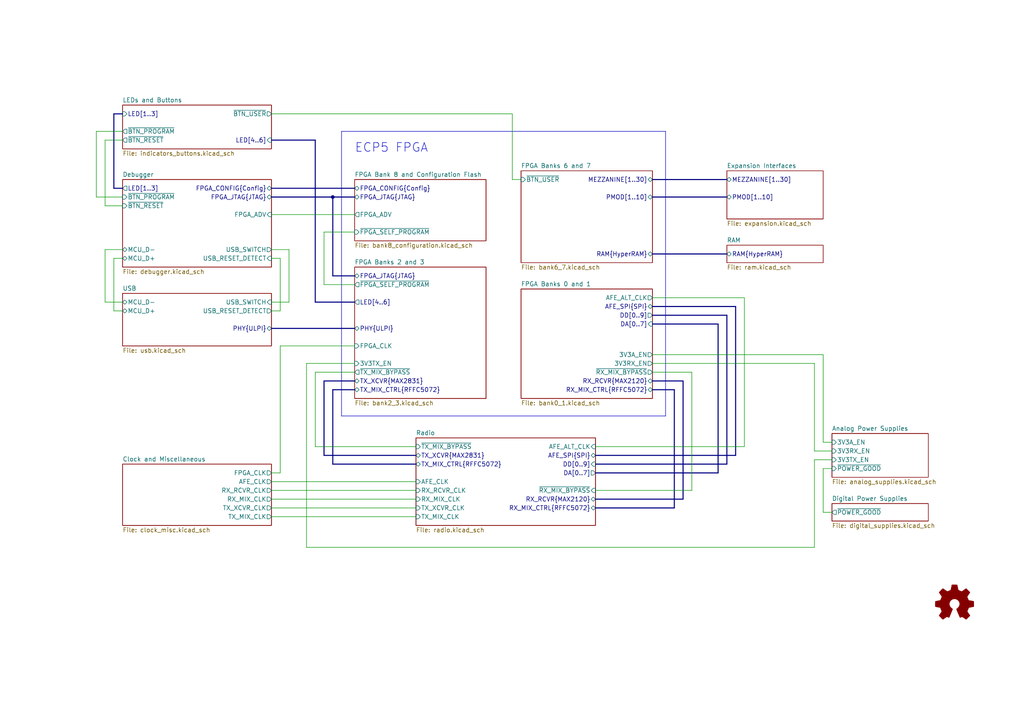
<source format=kicad_sch>
(kicad_sch (version 20230121) (generator eeschema)
  (paper "A4")
  (title_block (title "URTI Mainboard") (date "${DATE}") (rev "${VERSION}") (company "Copyright 2023 Great Scott Gadgets") (comment 1 "Licensed under the CERN-OHL-P v2"))
  (lib_symbols
    (symbol "Graphic:Logo_Open_Hardware_Small" (in_bom no) (on_board no)
      (symbol "Logo_Open_Hardware_Small_0_1"
        (polyline (pts (xy 3.3528 -4.3434) (xy 3.302 -4.318) (xy 3.175 -4.2418) (xy 2.9972 -4.1148) (xy 2.7686 -3.9624) (xy 2.54 -3.81) (xy 2.3622 -3.7084) (xy 2.2352 -3.6068) (xy 2.1844 -3.5814) (xy 2.159 -3.6068) (xy 2.0574 -3.6576) (xy 1.905 -3.7338) (xy 1.8034 -3.7846) (xy 1.6764 -3.8354) (xy 1.6002 -3.8354) (xy 1.6002 -3.8354) (xy 1.5494 -3.7338) (xy 1.4732 -3.5306) (xy 1.3462 -3.302) (xy 1.2446 -3.0226) (xy 1.1176 -2.7178) (xy 0.9652 -2.413) (xy 0.8636 -2.1082) (xy 0.7366 -1.8288) (xy 0.6604 -1.6256) (xy 0.6096 -1.4732) (xy 0.5842 -1.397) (xy 0.5842 -1.397) (xy 0.6604 -1.3208) (xy 0.7874 -1.2446) (xy 1.0414 -1.016) (xy 1.2954 -0.6858) (xy 1.4478 -0.3302) (xy 1.524 0.0762) (xy 1.4732 0.4572) (xy 1.3208 0.8128) (xy 1.0668 1.143) (xy 0.762 1.3716) (xy 0.4064 1.524) (xy 0 1.5748) (xy -0.381 1.5494) (xy -0.7366 1.397) (xy -1.0668 1.143) (xy -1.2192 0.9906) (xy -1.397 0.6604) (xy -1.524 0.3048) (xy -1.524 0.2286) (xy -1.4986 -0.1778) (xy -1.397 -0.5334) (xy -1.1938 -0.8636) (xy -0.9144 -1.143) (xy -0.8636 -1.1684) (xy -0.7366 -1.27) (xy -0.635 -1.3462) (xy -0.5842 -1.397) (xy -1.0668 -2.5908) (xy -1.143 -2.794) (xy -1.2954 -3.1242) (xy -1.397 -3.4036) (xy -1.4986 -3.6322) (xy -1.5748 -3.7846) (xy -1.6002 -3.8354) (xy -1.6002 -3.8354) (xy -1.651 -3.8354) (xy -1.7272 -3.81) (xy -1.905 -3.7338) (xy -2.0066 -3.683) (xy -2.1336 -3.6068) (xy -2.2098 -3.5814) (xy -2.2606 -3.6068) (xy -2.3622 -3.683) (xy -2.54 -3.81) (xy -2.7686 -3.9624) (xy -2.9718 -4.0894) (xy -3.1496 -4.2164) (xy -3.302 -4.318) (xy -3.3528 -4.3434) (xy -3.3782 -4.3434) (xy -3.429 -4.318) (xy -3.5306 -4.2164) (xy -3.7084 -4.064) (xy -3.937 -3.8354) (xy -3.9624 -3.81) (xy -4.1656 -3.6068) (xy -4.318 -3.4544) (xy -4.4196 -3.3274) (xy -4.445 -3.2766) (xy -4.445 -3.2766) (xy -4.4196 -3.2258) (xy -4.318 -3.0734) (xy -4.2164 -2.8956) (xy -4.064 -2.667) (xy -3.6576 -2.0828) (xy -3.8862 -1.5494) (xy -3.937 -1.3716) (xy -4.0386 -1.1684) (xy -4.0894 -1.0414) (xy -4.1148 -0.9652) (xy -4.191 -0.9398) (xy -4.318 -0.9144) (xy -4.5466 -0.8636) (xy -4.8006 -0.8128) (xy -5.0546 -0.7874) (xy -5.2578 -0.7366) (xy -5.4356 -0.7112) (xy -5.5118 -0.6858) (xy -5.5118 -0.6858) (xy -5.5372 -0.635) (xy -5.5372 -0.5588) (xy -5.5372 -0.4318) (xy -5.5626 -0.2286) (xy -5.5626 0.0762) (xy -5.5626 0.127) (xy -5.5372 0.4064) (xy -5.5372 0.635) (xy -5.5372 0.762) (xy -5.5372 0.8382) (xy -5.5372 0.8382) (xy -5.461 0.8382) (xy -5.3086 0.889) (xy -5.08 0.9144) (xy -4.826 0.9652) (xy -4.8006 0.9906) (xy -4.5466 1.0414) (xy -4.318 1.0668) (xy -4.1656 1.1176) (xy -4.0894 1.143) (xy -4.0894 1.143) (xy -4.0386 1.2446) (xy -3.9624 1.4224) (xy -3.8608 1.6256) (xy -3.7846 1.8288) (xy -3.7084 2.0066) (xy -3.6576 2.159) (xy -3.6322 2.2098) (xy -3.6322 2.2098) (xy -3.683 2.286) (xy -3.7592 2.413) (xy -3.8862 2.5908) (xy -4.064 2.8194) (xy -4.064 2.8448) (xy -4.2164 3.0734) (xy -4.3434 3.2512) (xy -4.4196 3.3782) (xy -4.445 3.4544) (xy -4.445 3.4544) (xy -4.3942 3.5052) (xy -4.2926 3.6322) (xy -4.1148 3.81) (xy -3.937 4.0132) (xy -3.8608 4.064) (xy -3.6576 4.2926) (xy -3.5052 4.4196) (xy -3.4036 4.4958) (xy -3.3528 4.5212) (xy -3.3528 4.5212) (xy -3.302 4.4704) (xy -3.1496 4.3688) (xy -2.9718 4.2418) (xy -2.7432 4.0894) (xy -2.7178 4.0894) (xy -2.4892 3.937) (xy -2.3114 3.81) (xy -2.1844 3.7084) (xy -2.1336 3.683) (xy -2.1082 3.683) (xy -2.032 3.7084) (xy -1.8542 3.7592) (xy -1.6764 3.8354) (xy -1.4732 3.937) (xy -1.27 4.0132) (xy -1.143 4.064) (xy -1.0668 4.1148) (xy -1.0668 4.1148) (xy -1.0414 4.191) (xy -1.016 4.3434) (xy -0.9652 4.572) (xy -0.9144 4.8514) (xy -0.889 4.9022) (xy -0.8382 5.1562) (xy -0.8128 5.3848) (xy -0.7874 5.5372) (xy -0.762 5.588) (xy -0.7112 5.6134) (xy -0.5842 5.6134) (xy -0.4064 5.6134) (xy -0.1524 5.6134) (xy 0.0762 5.6134) (xy 0.3302 5.6134) (xy 0.5334 5.6134) (xy 0.6858 5.588) (xy 0.7366 5.588) (xy 0.7366 5.588) (xy 0.762 5.5118) (xy 0.8128 5.334) (xy 0.8382 5.1054) (xy 0.9144 4.826) (xy 0.9144 4.7752) (xy 0.9652 4.5212) (xy 1.016 4.2926) (xy 1.0414 4.1402) (xy 1.0668 4.0894) (xy 1.0668 4.0894) (xy 1.1938 4.0386) (xy 1.3716 3.9624) (xy 1.5748 3.8608) (xy 2.0828 3.6576) (xy 2.7178 4.0894) (xy 2.7686 4.1402) (xy 2.9972 4.2926) (xy 3.175 4.4196) (xy 3.302 4.4958) (xy 3.3782 4.5212) (xy 3.3782 4.5212) (xy 3.429 4.4704) (xy 3.556 4.3434) (xy 3.7338 4.191) (xy 3.9116 3.9878) (xy 4.064 3.8354) (xy 4.2418 3.6576) (xy 4.3434 3.556) (xy 4.4196 3.4798) (xy 4.4196 3.429) (xy 4.4196 3.4036) (xy 4.3942 3.3274) (xy 4.2926 3.2004) (xy 4.1656 2.9972) (xy 4.0132 2.794) (xy 3.8862 2.5908) (xy 3.7592 2.3876) (xy 3.6576 2.2352) (xy 3.6322 2.159) (xy 3.6322 2.1336) (xy 3.683 2.0066) (xy 3.7592 1.8288) (xy 3.8608 1.6002) (xy 4.064 1.1176) (xy 4.3942 1.0414) (xy 4.5974 1.016) (xy 4.8768 0.9652) (xy 5.1308 0.9144) (xy 5.5372 0.8382) (xy 5.5626 -0.6604) (xy 5.4864 -0.6858) (xy 5.4356 -0.6858) (xy 5.2832 -0.7366) (xy 5.0546 -0.762) (xy 4.8006 -0.8128) (xy 4.5974 -0.8636) (xy 4.3688 -0.9144) (xy 4.2164 -0.9398) (xy 4.1402 -0.9398) (xy 4.1148 -0.9652) (xy 4.064 -1.0668) (xy 3.9878 -1.2446) (xy 3.9116 -1.4478) (xy 3.81 -1.651) (xy 3.7338 -1.8542) (xy 3.683 -2.0066) (xy 3.6576 -2.0828) (xy 3.683 -2.1336) (xy 3.7846 -2.2606) (xy 3.8862 -2.4638) (xy 4.0386 -2.667) (xy 4.191 -2.8956) (xy 4.318 -3.0734) (xy 4.3942 -3.2004) (xy 4.445 -3.2766) (xy 4.4196 -3.3274) (xy 4.3434 -3.429) (xy 4.1656 -3.5814) (xy 3.937 -3.8354) (xy 3.8862 -3.8608) (xy 3.683 -4.064) (xy 3.5306 -4.2164) (xy 3.4036 -4.318) (xy 3.3528 -4.3434)) (fill (type outline)))
      )
    )
  )
  (bus_alias "JTAG" (members "TMS" "TCK" "TDI" "TDO"))
  (bus_alias "SPI" (members "POCI" "PICO" "SCK" "~{CS}"))
  (bus_alias "Type_C" (members "SDA" "SCL" "SBU1S" "SBU2S" "~{INT}" "~{FAULT}"))
  (bus_alias "ULPI" (members "DATA[0..7]" "CLK" "DIR" "STP" "NXT" "~{RESET}"))
  (junction (at 96.52 57.15))
  (wire (pts (xy 93.98 82.55) (xy 102.87 82.55)))
  (wire (pts (xy 78.74 74.93) (xy 81.28 74.93)))
  (wire (pts (xy 78.74 144.78) (xy 120.65 144.78)))
  (bus (pts (xy 208.28 93.98) (xy 208.28 137.16)))
  (wire (pts (xy 200.66 142.24) (xy 172.72 142.24)))
  (bus (pts (xy 210.82 134.62) (xy 172.72 134.62)))
  (bus (pts (xy 213.36 132.08) (xy 172.72 132.08)))
  (wire (pts (xy 78.74 139.7) (xy 120.65 139.7)))
  (wire (pts (xy 83.82 87.63) (xy 78.74 87.63)))
  (wire (pts (xy 81.28 137.16) (xy 81.28 100.33)))
  (bus (pts (xy 35.56 54.61) (xy 33.02 54.61)))
  (bus (pts (xy 208.28 137.16) (xy 172.72 137.16)))
  (wire (pts (xy 83.82 72.39) (xy 83.82 87.63)))
  (wire (pts (xy 78.74 72.39) (xy 83.82 72.39)))
  (wire (pts (xy 35.56 59.69) (xy 30.48 59.69)))
  (wire (pts (xy 27.94 38.1) (xy 35.56 38.1)))
  (bus (pts (xy 198.12 110.49) (xy 198.12 144.78)))
  (wire (pts (xy 241.3 133.35) (xy 236.22 133.35)))
  (polyline (pts (xy 99.06 38.1) (xy 193.04 38.1)))
  (bus (pts (xy 102.87 110.49) (xy 93.98 110.49)))
  (bus (pts (xy 33.02 33.02) (xy 35.56 33.02)))
  (bus (pts (xy 33.02 54.61) (xy 33.02 33.02)))
  (wire (pts (xy 33.02 90.17) (xy 35.56 90.17)))
  (wire (pts (xy 91.44 107.95) (xy 91.44 129.54)))
  (bus (pts (xy 195.58 113.03) (xy 195.58 147.32)))
  (bus (pts (xy 102.87 80.01) (xy 96.52 80.01)))
  (wire (pts (xy 236.22 130.81) (xy 241.3 130.81)))
  (wire (pts (xy 88.9 158.75) (xy 236.22 158.75)))
  (bus (pts (xy 189.23 88.9) (xy 213.36 88.9)))
  (wire (pts (xy 78.74 149.86) (xy 120.65 149.86)))
  (wire (pts (xy 236.22 133.35) (xy 236.22 158.75)))
  (bus (pts (xy 96.52 80.01) (xy 96.52 57.15)))
  (wire (pts (xy 238.76 102.87) (xy 238.76 128.27)))
  (bus (pts (xy 102.87 57.15) (xy 96.52 57.15)))
  (polyline (pts (xy 99.06 38.1) (xy 99.06 120.65)))
  (wire (pts (xy 78.74 62.23) (xy 102.87 62.23)))
  (bus (pts (xy 78.74 54.61) (xy 102.87 54.61)))
  (wire (pts (xy 238.76 148.59) (xy 241.3 148.59)))
  (wire (pts (xy 189.23 107.95) (xy 200.66 107.95)))
  (wire (pts (xy 91.44 129.54) (xy 120.65 129.54)))
  (wire (pts (xy 238.76 128.27) (xy 241.3 128.27)))
  (wire (pts (xy 238.76 135.89) (xy 238.76 148.59)))
  (wire (pts (xy 88.9 105.41) (xy 88.9 158.75)))
  (bus (pts (xy 189.23 93.98) (xy 208.28 93.98)))
  (bus (pts (xy 189.23 110.49) (xy 198.12 110.49)))
  (bus (pts (xy 198.12 144.78) (xy 172.72 144.78)))
  (wire (pts (xy 33.02 74.93) (xy 33.02 90.17)))
  (wire (pts (xy 236.22 105.41) (xy 236.22 130.81)))
  (bus (pts (xy 189.23 113.03) (xy 195.58 113.03)))
  (wire (pts (xy 102.87 105.41) (xy 88.9 105.41)))
  (wire (pts (xy 33.02 74.93) (xy 35.56 74.93)))
  (wire (pts (xy 78.74 33.02) (xy 148.59 33.02)))
  (bus (pts (xy 210.82 91.44) (xy 210.82 134.62)))
  (bus (pts (xy 93.98 132.08) (xy 120.65 132.08)))
  (bus (pts (xy 93.98 110.49) (xy 93.98 132.08)))
  (wire (pts (xy 200.66 107.95) (xy 200.66 142.24)))
  (wire (pts (xy 30.48 40.64) (xy 35.56 40.64)))
  (wire (pts (xy 35.56 57.15) (xy 27.94 57.15)))
  (wire (pts (xy 81.28 100.33) (xy 102.87 100.33)))
  (wire (pts (xy 30.48 40.64) (xy 30.48 59.69)))
  (bus (pts (xy 102.87 95.25) (xy 78.74 95.25)))
  (bus (pts (xy 96.52 134.62) (xy 120.65 134.62)))
  (wire (pts (xy 189.23 105.41) (xy 236.22 105.41)))
  (bus (pts (xy 102.87 113.03) (xy 96.52 113.03)))
  (bus (pts (xy 189.23 57.15) (xy 210.82 57.15)))
  (wire (pts (xy 102.87 67.31) (xy 93.98 67.31)))
  (wire (pts (xy 148.59 33.02) (xy 148.59 52.07)))
  (bus (pts (xy 213.36 88.9) (xy 213.36 132.08)))
  (wire (pts (xy 81.28 74.93) (xy 81.28 90.17)))
  (wire (pts (xy 189.23 86.36) (xy 215.9 86.36)))
  (bus (pts (xy 78.74 40.64) (xy 91.44 40.64)))
  (wire (pts (xy 148.59 52.07) (xy 151.13 52.07)))
  (polyline (pts (xy 193.04 38.1) (xy 193.04 120.65)))
  (wire (pts (xy 102.87 107.95) (xy 91.44 107.95)))
  (wire (pts (xy 93.98 67.31) (xy 93.98 82.55)))
  (wire (pts (xy 215.9 129.54) (xy 172.72 129.54)))
  (wire (pts (xy 241.3 135.89) (xy 238.76 135.89)))
  (bus (pts (xy 96.52 57.15) (xy 78.74 57.15)))
  (bus (pts (xy 96.52 113.03) (xy 96.52 134.62)))
  (wire (pts (xy 30.48 72.39) (xy 30.48 87.63)))
  (wire (pts (xy 30.48 87.63) (xy 35.56 87.63)))
  (bus (pts (xy 102.87 87.63) (xy 91.44 87.63)))
  (wire (pts (xy 78.74 137.16) (xy 81.28 137.16)))
  (bus (pts (xy 189.23 52.07) (xy 210.82 52.07)))
  (bus (pts (xy 91.44 87.63) (xy 91.44 40.64)))
  (wire (pts (xy 35.56 72.39) (xy 30.48 72.39)))
  (wire (pts (xy 27.94 38.1) (xy 27.94 57.15)))
  (wire (pts (xy 81.28 90.17) (xy 78.74 90.17)))
  (wire (pts (xy 78.74 142.24) (xy 120.65 142.24)))
  (wire (pts (xy 215.9 86.36) (xy 215.9 129.54)))
  (wire (pts (xy 78.74 147.32) (xy 120.65 147.32)))
  (bus (pts (xy 189.23 73.66) (xy 210.82 73.66)))
  (bus (pts (xy 195.58 147.32) (xy 172.72 147.32)))
  (polyline (pts (xy 193.04 120.65) (xy 99.06 120.65)))
  (bus (pts (xy 189.23 91.44) (xy 210.82 91.44)))
  (wire (pts (xy 189.23 102.87) (xy 238.76 102.87)))
  (text "ECP5 FPGA" (at 102.87 44.45 0) (effects (font (size 2.54 2.54)) (justify left bottom)))
  (symbol (lib_id "Graphic:Logo_Open_Hardware_Small") (at 276.86 175.26 0) (unit 1)
    (property "Reference" "#LOGO1" (effects hide))
    (property "Value" "Logo_Open_Hardware_Small" (effects hide))
  )
  (sheet (at 241.3 146.05) (size 27.94 5.08)
    (property "Sheetname" "Digital Power Supplies" (at 241.3 145.3384 0) (effects (justify left bottom)))
    (property "Sheetfile" "digital_supplies.kicad_sch" (at 241.3 151.7146 0) (effects (justify left top)))
    (pin "~{POWER_GOOD}" output (at 241.3 148.59 180))
  )
  (sheet (at 35.56 52.07) (size 43.18 25.4)
    (property "Sheetname" "Debugger" (at 35.56 51.3584 0) (effects (justify left bottom)))
    (property "Sheetfile" "debugger.kicad_sch" (at 35.56 78.0546 0) (effects (justify left top)))
    (pin "MCU_D-" bidirectional (at 35.56 72.39 180))
    (pin "MCU_D+" bidirectional (at 35.56 74.93 180))
    (pin "USB_SWITCH" output (at 78.74 72.39 0))
    (pin "USB_RESET_DETECT" input (at 78.74 74.93 0))
    (pin "~{BTN_RESET}" input (at 35.56 59.69 180))
    (pin "~{BTN_PROGRAM}" input (at 35.56 57.15 180))
    (pin "FPGA_CONFIG{Config}" bidirectional (at 78.74 54.61 0))
    (pin "FPGA_JTAG{JTAG}" bidirectional (at 78.74 57.15 0))
    (pin "FPGA_ADV" input (at 78.74 62.23 0))
    (pin "LED[1..3]" output (at 35.56 54.61 180))
  )
  (sheet (at 35.56 85.09) (size 43.18 15.24)
    (property "Sheetname" "USB" (at 35.56 84.3784 0) (effects (justify left bottom)))
    (property "Sheetfile" "usb.kicad_sch" (at 35.56 100.9146 0) (effects (justify left top)))
    (pin "MCU_D+" bidirectional (at 35.56 90.17 180))
    (pin "MCU_D-" bidirectional (at 35.56 87.63 180))
    (pin "USB_SWITCH" input (at 78.74 87.63 0))
    (pin "USB_RESET_DETECT" output (at 78.74 90.17 0))
    (pin "PHY{ULPI}" bidirectional (at 78.74 95.25 0))
  )
  (sheet (at 210.82 71.12) (size 27.94 5.08)
    (property "Sheetname" "RAM" (at 210.82 70.4084 0) (effects (justify left bottom)))
    (property "Sheetfile" "ram.kicad_sch" (at 210.82 76.7846 0) (effects (justify left top)))
    (pin "RAM{HyperRAM}" bidirectional (at 210.82 73.66 180))
  )
  (sheet (at 35.56 134.62) (size 43.18 17.78) (stroke (width 0.1524))
    (property "Sheetname" "Clock and Miscellaneous" (at 35.56 133.9084 0) (effects (justify left bottom)))
    (property "Sheetfile" "clock_misc.kicad_sch" (at 35.56 152.9846 0) (effects (justify left top)))
    (pin "FPGA_CLK" output (at 78.74 137.16 0))
    (pin "AFE_CLK" output (at 78.74 139.7 0))
    (pin "RX_RCVR_CLK" output (at 78.74 142.24 0))
    (pin "RX_MIX_CLK" output (at 78.74 144.78 0))
    (pin "TX_XCVR_CLK" output (at 78.74 147.32 0))
    (pin "TX_MIX_CLK" output (at 78.74 149.86 0))
  )
  (sheet (at 151.13 49.53) (size 38.1 26.67)
    (property "Sheetname" "FPGA Banks 6 and 7" (at 151.13 48.8184 0) (effects (justify left bottom)))
    (property "Sheetfile" "bank6_7.kicad_sch" (at 151.13 76.7846 0) (effects (justify left top)))
    (pin "RAM{HyperRAM}" bidirectional (at 189.23 73.66 0))
    (pin "MEZZANINE[1..30]" bidirectional (at 189.23 52.07 0))
    (pin "~{BTN_USER}" input (at 151.13 52.07 180))
    (pin "PMOD[1..10]" bidirectional (at 189.23 57.15 0))
  )
  (sheet (at 120.65 127) (size 52.07 25.4) (stroke (width 0.1524))
    (property "Sheetname" "Radio" (at 120.65 126.2884 0) (effects (justify left bottom)))
    (property "Sheetfile" "radio.kicad_sch" (at 120.65 152.9846 0) (effects (justify left top)))
    (pin "AFE_CLK" input (at 120.65 139.7 180))
    (pin "DD[0..9]" input (at 172.72 134.62 0))
    (pin "DA[0..7]" output (at 172.72 137.16 0))
    (pin "AFE_SPI{SPI}" bidirectional (at 172.72 132.08 0))
    (pin "AFE_ALT_CLK" input (at 172.72 129.54 0))
    (pin "TX_XCVR{MAX2831}" bidirectional (at 120.65 132.08 180))
    (pin "TX_MIX_CTRL{RFFC5072}" bidirectional (at 120.65 134.62 180))
    (pin "~{TX_MIX_BYPASS}" input (at 120.65 129.54 180))
    (pin "RX_RCVR{MAX2120}" bidirectional (at 172.72 144.78 0))
    (pin "~{RX_MIX_BYPASS}" input (at 172.72 142.24 0))
    (pin "RX_MIX_CTRL{RFFC5072}" bidirectional (at 172.72 147.32 0))
    (pin "RX_RCVR_CLK" input (at 120.65 142.24 180))
    (pin "RX_MIX_CLK" input (at 120.65 144.78 180))
    (pin "TX_XCVR_CLK" input (at 120.65 147.32 180))
    (pin "TX_MIX_CLK" input (at 120.65 149.86 180))
  )
  (sheet (at 241.3 125.73) (size 27.94 12.7) (stroke (width 0.1524))
    (property "Sheetname" "Analog Power Supplies" (at 241.3 125.0184 0) (effects (justify left bottom)))
    (property "Sheetfile" "analog_supplies.kicad_sch" (at 241.3 139.0146 0) (effects (justify left top)))
    (pin "3V3TX_EN" input (at 241.3 133.35 180))
    (pin "~{POWER_GOOD}" input (at 241.3 135.89 180))
    (pin "3V3RX_EN" input (at 241.3 130.81 180))
    (pin "3V3A_EN" input (at 241.3 128.27 180))
  )
  (sheet (at 102.87 77.47) (size 38.1 38.1)
    (property "Sheetname" "FPGA Banks 2 and 3" (at 102.87 76.7584 0) (effects (justify left bottom)))
    (property "Sheetfile" "bank2_3.kicad_sch" (at 102.87 116.1546 0) (effects (justify left top)))
    (pin "~{FPGA_SELF_PROGRAM}" output (at 102.87 82.55 180))
    (pin "PHY{ULPI}" bidirectional (at 102.87 95.25 180))
    (pin "FPGA_JTAG{JTAG}" bidirectional (at 102.87 80.01 180))
    (pin "TX_MIX_CTRL{RFFC5072}" bidirectional (at 102.87 113.03 180))
    (pin "FPGA_CLK" input (at 102.87 100.33 180))
    (pin "3V3TX_EN" input (at 102.87 105.41 180))
    (pin "TX_XCVR{MAX2831}" bidirectional (at 102.87 110.49 180))
    (pin "LED[4..6]" output (at 102.87 87.63 180))
    (pin "~{TX_MIX_BYPASS}" output (at 102.87 107.95 180))
  )
  (sheet (at 210.82 49.53) (size 27.94 13.97) (stroke (width 0.1524))
    (property "Sheetname" "Expansion Interfaces" (at 210.82 48.8184 0) (effects (justify left bottom)))
    (property "Sheetfile" "expansion.kicad_sch" (at 210.82 64.0846 0) (effects (justify left top)))
    (pin "MEZZANINE[1..30]" bidirectional (at 210.82 52.07 180))
    (pin "PMOD[1..10]" bidirectional (at 210.82 57.15 180))
  )
  (sheet (at 35.56 30.48) (size 43.18 12.7)
    (property "Sheetname" "LEDs and Buttons" (at 35.56 29.7684 0) (effects (justify left bottom)))
    (property "Sheetfile" "indicators_buttons.kicad_sch" (at 35.56 43.7646 0) (effects (justify left top)))
    (pin "~{BTN_USER}" output (at 78.74 33.02 0))
    (pin "~{BTN_RESET}" output (at 35.56 40.64 180))
    (pin "~{BTN_PROGRAM}" output (at 35.56 38.1 180))
    (pin "LED[4..6]" input (at 78.74 40.64 0))
    (pin "LED[1..3]" input (at 35.56 33.02 180))
  )
  (sheet (at 151.13 83.82) (size 38.1 31.75)
    (property "Sheetname" "FPGA Banks 0 and 1" (at 151.13 83.1084 0) (effects (justify left bottom)))
    (property "Sheetfile" "bank0_1.kicad_sch" (at 151.13 116.1546 0) (effects (justify left top)))
    (pin "AFE_ALT_CLK" output (at 189.23 86.36 0))
    (pin "3V3RX_EN" output (at 189.23 105.41 0))
    (pin "DD[0..9]" output (at 189.23 91.44 0))
    (pin "AFE_SPI{SPI}" bidirectional (at 189.23 88.9 0))
    (pin "DA[0..7]" input (at 189.23 93.98 0))
    (pin "RX_RCVR{MAX2120}" bidirectional (at 189.23 110.49 0))
    (pin "RX_MIX_CTRL{RFFC5072}" bidirectional (at 189.23 113.03 0))
    (pin "~{RX_MIX_BYPASS}" output (at 189.23 107.95 0))
    (pin "3V3A_EN" output (at 189.23 102.87 0))
  )
  (sheet (at 102.87 52.07) (size 38.1 17.78)
    (property "Sheetname" "FPGA Bank 8 and Configuration Flash" (at 102.87 51.3584 0) (effects (justify left bottom)))
    (property "Sheetfile" "bank8_configuration.kicad_sch" (at 102.87 70.4346 0) (effects (justify left top)))
    (pin "~{FPGA_SELF_PROGRAM}" input (at 102.87 67.31 180))
    (pin "FPGA_ADV" output (at 102.87 62.23 180))
    (pin "FPGA_JTAG{JTAG}" bidirectional (at 102.87 57.15 180))
    (pin "FPGA_CONFIG{Config}" bidirectional (at 102.87 54.61 180))
  )
)
</source>
